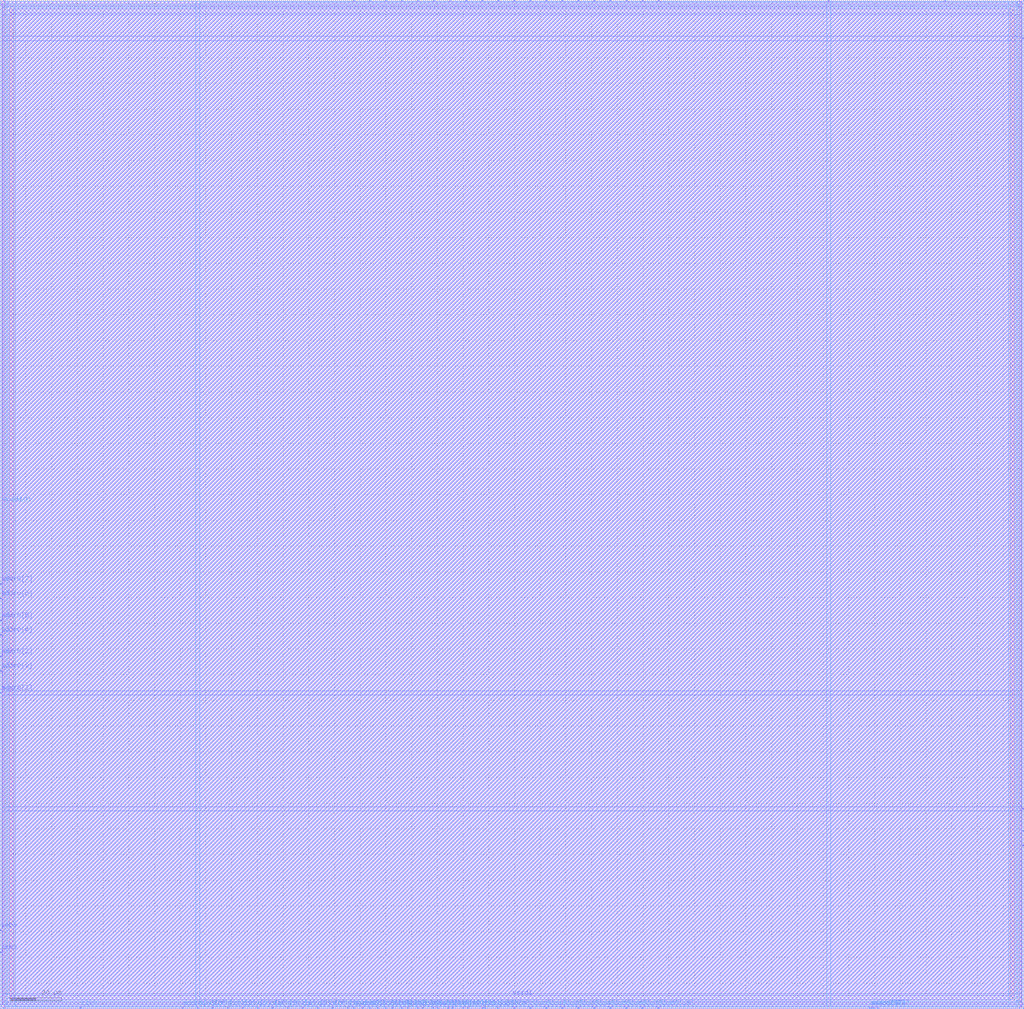
<source format=lef>
VERSION 5.4 ;
NAMESCASESENSITIVE ON ;
BUSBITCHARS "[]" ;
DIVIDERCHAR "/" ;
UNITS
  DATABASE MICRONS 2000 ;
END UNITS
MACRO sky130_sram_1kbytes_1rw1r_20x256_20
   CLASS BLOCK ;
   SIZE 398.02 BY 392.565 ;
   SYMMETRY X Y R90 ;
   PIN din0[0]
      DIRECTION INPUT ;
      PORT
         LAYER met4 ;
         RECT  76.54 0.0 76.92 0.38 ;
      END
   END din0[0]
   PIN din0[1]
      DIRECTION INPUT ;
      PORT
         LAYER met4 ;
         RECT  82.38 0.0 82.76 0.38 ;
      END
   END din0[1]
   PIN din0[2]
      DIRECTION INPUT ;
      PORT
         LAYER met4 ;
         RECT  88.22 0.0 88.6 0.38 ;
      END
   END din0[2]
   PIN din0[3]
      DIRECTION INPUT ;
      PORT
         LAYER met4 ;
         RECT  94.06 0.0 94.44 0.38 ;
      END
   END din0[3]
   PIN din0[4]
      DIRECTION INPUT ;
      PORT
         LAYER met4 ;
         RECT  99.9 0.0 100.28 0.38 ;
      END
   END din0[4]
   PIN din0[5]
      DIRECTION INPUT ;
      PORT
         LAYER met4 ;
         RECT  105.74 0.0 106.12 0.38 ;
      END
   END din0[5]
   PIN din0[6]
      DIRECTION INPUT ;
      PORT
         LAYER met4 ;
         RECT  111.58 0.0 111.96 0.38 ;
      END
   END din0[6]
   PIN din0[7]
      DIRECTION INPUT ;
      PORT
         LAYER met4 ;
         RECT  117.42 0.0 117.8 0.38 ;
      END
   END din0[7]
   PIN din0[8]
      DIRECTION INPUT ;
      PORT
         LAYER met4 ;
         RECT  123.26 0.0 123.64 0.38 ;
      END
   END din0[8]
   PIN din0[9]
      DIRECTION INPUT ;
      PORT
         LAYER met4 ;
         RECT  129.1 0.0 129.48 0.38 ;
      END
   END din0[9]
   PIN din0[10]
      DIRECTION INPUT ;
      PORT
         LAYER met4 ;
         RECT  134.94 0.0 135.32 0.38 ;
      END
   END din0[10]
   PIN din0[11]
      DIRECTION INPUT ;
      PORT
         LAYER met4 ;
         RECT  140.78 0.0 141.16 0.38 ;
      END
   END din0[11]
   PIN din0[12]
      DIRECTION INPUT ;
      PORT
         LAYER met4 ;
         RECT  146.62 0.0 147.0 0.38 ;
      END
   END din0[12]
   PIN din0[13]
      DIRECTION INPUT ;
      PORT
         LAYER met4 ;
         RECT  152.46 0.0 152.84 0.38 ;
      END
   END din0[13]
   PIN din0[14]
      DIRECTION INPUT ;
      PORT
         LAYER met4 ;
         RECT  158.3 0.0 158.68 0.38 ;
      END
   END din0[14]
   PIN din0[15]
      DIRECTION INPUT ;
      PORT
         LAYER met4 ;
         RECT  164.14 0.0 164.52 0.38 ;
      END
   END din0[15]
   PIN din0[16]
      DIRECTION INPUT ;
      PORT
         LAYER met4 ;
         RECT  169.98 0.0 170.36 0.38 ;
      END
   END din0[16]
   PIN din0[17]
      DIRECTION INPUT ;
      PORT
         LAYER met4 ;
         RECT  175.82 0.0 176.2 0.38 ;
      END
   END din0[17]
   PIN din0[18]
      DIRECTION INPUT ;
      PORT
         LAYER met4 ;
         RECT  181.66 0.0 182.04 0.38 ;
      END
   END din0[18]
   PIN din0[19]
      DIRECTION INPUT ;
      PORT
         LAYER met4 ;
         RECT  187.5 0.0 187.88 0.38 ;
      END
   END din0[19]
   PIN addr0[0]
      DIRECTION INPUT ;
      PORT
         LAYER met4 ;
         RECT  70.7 0.0 71.08 0.38 ;
      END
   END addr0[0]
   PIN addr0[1]
      DIRECTION INPUT ;
      PORT
         LAYER met3 ;
         RECT  0.0 122.665 0.38 123.045 ;
      END
   END addr0[1]
   PIN addr0[2]
      DIRECTION INPUT ;
      PORT
         LAYER met3 ;
         RECT  0.0 131.165 0.38 131.545 ;
      END
   END addr0[2]
   PIN addr0[3]
      DIRECTION INPUT ;
      PORT
         LAYER met3 ;
         RECT  0.0 136.805 0.38 137.185 ;
      END
   END addr0[3]
   PIN addr0[4]
      DIRECTION INPUT ;
      PORT
         LAYER met3 ;
         RECT  0.0 145.305 0.38 145.685 ;
      END
   END addr0[4]
   PIN addr0[5]
      DIRECTION INPUT ;
      PORT
         LAYER met3 ;
         RECT  0.0 150.945 0.38 151.325 ;
      END
   END addr0[5]
   PIN addr0[6]
      DIRECTION INPUT ;
      PORT
         LAYER met3 ;
         RECT  0.0 159.445 0.38 159.825 ;
      END
   END addr0[6]
   PIN addr0[7]
      DIRECTION INPUT ;
      PORT
         LAYER met3 ;
         RECT  0.0 165.085 0.38 165.465 ;
      END
   END addr0[7]
   PIN addr1[0]
      DIRECTION INPUT ;
      PORT
         LAYER met4 ;
         RECT  321.94 392.185 322.32 392.565 ;
      END
   END addr1[0]
   PIN addr1[1]
      DIRECTION INPUT ;
      PORT
         LAYER met3 ;
         RECT  397.64 77.525 398.02 77.905 ;
      END
   END addr1[1]
   PIN addr1[2]
      DIRECTION INPUT ;
      PORT
         LAYER met3 ;
         RECT  397.64 69.075 398.02 69.455 ;
      END
   END addr1[2]
   PIN addr1[3]
      DIRECTION INPUT ;
      PORT
         LAYER met3 ;
         RECT  397.64 63.385 398.02 63.765 ;
      END
   END addr1[3]
   PIN addr1[4]
      DIRECTION INPUT ;
      PORT
         LAYER met4 ;
         RECT  341.0 0.0 341.38 0.38 ;
      END
   END addr1[4]
   PIN addr1[5]
      DIRECTION INPUT ;
      PORT
         LAYER met4 ;
         RECT  338.025 0.0 338.405 0.38 ;
      END
   END addr1[5]
   PIN addr1[6]
      DIRECTION INPUT ;
      PORT
         LAYER met4 ;
         RECT  338.715 0.0 339.095 0.38 ;
      END
   END addr1[6]
   PIN addr1[7]
      DIRECTION INPUT ;
      PORT
         LAYER met4 ;
         RECT  339.46 0.0 339.84 0.38 ;
      END
   END addr1[7]
   PIN csb0
      DIRECTION INPUT ;
      PORT
         LAYER met3 ;
         RECT  0.0 21.785 0.38 22.165 ;
      END
   END csb0
   PIN csb1
      DIRECTION INPUT ;
      PORT
         LAYER met3 ;
         RECT  397.64 377.315 398.02 377.695 ;
      END
   END csb1
   PIN web0
      DIRECTION INPUT ;
      PORT
         LAYER met3 ;
         RECT  0.0 30.285 0.38 30.665 ;
      END
   END web0
   PIN clk0
      DIRECTION INPUT ;
      PORT
         LAYER met4 ;
         RECT  31.1 0.0 31.48 0.38 ;
      END
   END clk0
   PIN clk1
      DIRECTION INPUT ;
      PORT
         LAYER met4 ;
         RECT  367.38 392.185 367.76 392.565 ;
      END
   END clk1
   PIN dout0[0]
      DIRECTION OUTPUT ;
      PORT
         LAYER met4 ;
         RECT  137.205 0.0 137.585 0.38 ;
      END
   END dout0[0]
   PIN dout0[1]
      DIRECTION OUTPUT ;
      PORT
         LAYER met4 ;
         RECT  143.445 0.0 143.825 0.38 ;
      END
   END dout0[1]
   PIN dout0[2]
      DIRECTION OUTPUT ;
      PORT
         LAYER met4 ;
         RECT  149.685 0.0 150.065 0.38 ;
      END
   END dout0[2]
   PIN dout0[3]
      DIRECTION OUTPUT ;
      PORT
         LAYER met4 ;
         RECT  155.925 0.0 156.305 0.38 ;
      END
   END dout0[3]
   PIN dout0[4]
      DIRECTION OUTPUT ;
      PORT
         LAYER met4 ;
         RECT  162.165 0.0 162.545 0.38 ;
      END
   END dout0[4]
   PIN dout0[5]
      DIRECTION OUTPUT ;
      PORT
         LAYER met4 ;
         RECT  168.175 0.0 168.555 0.38 ;
      END
   END dout0[5]
   PIN dout0[6]
      DIRECTION OUTPUT ;
      PORT
         LAYER met4 ;
         RECT  173.96 0.0 174.34 0.38 ;
      END
   END dout0[6]
   PIN dout0[7]
      DIRECTION OUTPUT ;
      PORT
         LAYER met4 ;
         RECT  179.855 0.0 180.235 0.38 ;
      END
   END dout0[7]
   PIN dout0[8]
      DIRECTION OUTPUT ;
      PORT
         LAYER met4 ;
         RECT  188.505 0.0 188.885 0.38 ;
      END
   END dout0[8]
   PIN dout0[9]
      DIRECTION OUTPUT ;
      PORT
         LAYER met4 ;
         RECT  193.365 0.0 193.745 0.38 ;
      END
   END dout0[9]
   PIN dout0[10]
      DIRECTION OUTPUT ;
      PORT
         LAYER met4 ;
         RECT  199.605 0.0 199.985 0.38 ;
      END
   END dout0[10]
   PIN dout0[11]
      DIRECTION OUTPUT ;
      PORT
         LAYER met4 ;
         RECT  205.845 0.0 206.225 0.38 ;
      END
   END dout0[11]
   PIN dout0[12]
      DIRECTION OUTPUT ;
      PORT
         LAYER met4 ;
         RECT  212.085 0.0 212.465 0.38 ;
      END
   END dout0[12]
   PIN dout0[13]
      DIRECTION OUTPUT ;
      PORT
         LAYER met4 ;
         RECT  218.325 0.0 218.705 0.38 ;
      END
   END dout0[13]
   PIN dout0[14]
      DIRECTION OUTPUT ;
      PORT
         LAYER met4 ;
         RECT  224.565 0.0 224.945 0.38 ;
      END
   END dout0[14]
   PIN dout0[15]
      DIRECTION OUTPUT ;
      PORT
         LAYER met4 ;
         RECT  230.805 0.0 231.185 0.38 ;
      END
   END dout0[15]
   PIN dout0[16]
      DIRECTION OUTPUT ;
      PORT
         LAYER met4 ;
         RECT  237.045 0.0 237.425 0.38 ;
      END
   END dout0[16]
   PIN dout0[17]
      DIRECTION OUTPUT ;
      PORT
         LAYER met4 ;
         RECT  243.285 0.0 243.665 0.38 ;
      END
   END dout0[17]
   PIN dout0[18]
      DIRECTION OUTPUT ;
      PORT
         LAYER met4 ;
         RECT  249.525 0.0 249.905 0.38 ;
      END
   END dout0[18]
   PIN dout0[19]
      DIRECTION OUTPUT ;
      PORT
         LAYER met4 ;
         RECT  255.765 0.0 256.145 0.38 ;
      END
   END dout0[19]
   PIN dout1[0]
      DIRECTION OUTPUT ;
      PORT
         LAYER met4 ;
         RECT  137.265 392.185 137.645 392.565 ;
      END
   END dout1[0]
   PIN dout1[1]
      DIRECTION OUTPUT ;
      PORT
         LAYER met4 ;
         RECT  143.505 392.185 143.885 392.565 ;
      END
   END dout1[1]
   PIN dout1[2]
      DIRECTION OUTPUT ;
      PORT
         LAYER met4 ;
         RECT  149.745 392.185 150.125 392.565 ;
      END
   END dout1[2]
   PIN dout1[3]
      DIRECTION OUTPUT ;
      PORT
         LAYER met4 ;
         RECT  155.985 392.185 156.365 392.565 ;
      END
   END dout1[3]
   PIN dout1[4]
      DIRECTION OUTPUT ;
      PORT
         LAYER met4 ;
         RECT  162.225 392.185 162.605 392.565 ;
      END
   END dout1[4]
   PIN dout1[5]
      DIRECTION OUTPUT ;
      PORT
         LAYER met4 ;
         RECT  168.465 392.185 168.845 392.565 ;
      END
   END dout1[5]
   PIN dout1[6]
      DIRECTION OUTPUT ;
      PORT
         LAYER met4 ;
         RECT  174.705 392.185 175.085 392.565 ;
      END
   END dout1[6]
   PIN dout1[7]
      DIRECTION OUTPUT ;
      PORT
         LAYER met4 ;
         RECT  180.945 392.185 181.325 392.565 ;
      END
   END dout1[7]
   PIN dout1[8]
      DIRECTION OUTPUT ;
      PORT
         LAYER met4 ;
         RECT  187.185 392.185 187.565 392.565 ;
      END
   END dout1[8]
   PIN dout1[9]
      DIRECTION OUTPUT ;
      PORT
         LAYER met4 ;
         RECT  193.425 392.185 193.805 392.565 ;
      END
   END dout1[9]
   PIN dout1[10]
      DIRECTION OUTPUT ;
      PORT
         LAYER met4 ;
         RECT  199.665 392.185 200.045 392.565 ;
      END
   END dout1[10]
   PIN dout1[11]
      DIRECTION OUTPUT ;
      PORT
         LAYER met4 ;
         RECT  205.905 392.185 206.285 392.565 ;
      END
   END dout1[11]
   PIN dout1[12]
      DIRECTION OUTPUT ;
      PORT
         LAYER met4 ;
         RECT  212.145 392.185 212.525 392.565 ;
      END
   END dout1[12]
   PIN dout1[13]
      DIRECTION OUTPUT ;
      PORT
         LAYER met4 ;
         RECT  218.385 392.185 218.765 392.565 ;
      END
   END dout1[13]
   PIN dout1[14]
      DIRECTION OUTPUT ;
      PORT
         LAYER met4 ;
         RECT  224.625 392.185 225.005 392.565 ;
      END
   END dout1[14]
   PIN dout1[15]
      DIRECTION OUTPUT ;
      PORT
         LAYER met4 ;
         RECT  230.865 392.185 231.245 392.565 ;
      END
   END dout1[15]
   PIN dout1[16]
      DIRECTION OUTPUT ;
      PORT
         LAYER met4 ;
         RECT  237.105 392.185 237.485 392.565 ;
      END
   END dout1[16]
   PIN dout1[17]
      DIRECTION OUTPUT ;
      PORT
         LAYER met4 ;
         RECT  243.345 392.185 243.725 392.565 ;
      END
   END dout1[17]
   PIN dout1[18]
      DIRECTION OUTPUT ;
      PORT
         LAYER met4 ;
         RECT  249.585 392.185 249.965 392.565 ;
      END
   END dout1[18]
   PIN dout1[19]
      DIRECTION OUTPUT ;
      PORT
         LAYER met4 ;
         RECT  255.825 392.185 256.205 392.565 ;
      END
   END dout1[19]
   PIN vccd1
      DIRECTION INOUT ;
      USE POWER ; 
      SHAPE ABUTMENT ; 
      PORT
         LAYER met3 ;
         RECT  0.0 0.0 398.02 1.74 ;
         LAYER met3 ;
         RECT  0.0 390.825 398.02 392.565 ;
         LAYER met4 ;
         RECT  396.28 0.0 398.02 392.565 ;
         LAYER met4 ;
         RECT  0.0 0.0 1.74 392.565 ;
      END
   END vccd1
   PIN vssd1
      DIRECTION INOUT ;
      USE GROUND ; 
      SHAPE ABUTMENT ; 
      PORT
         LAYER met3 ;
         RECT  3.48 387.345 394.54 389.085 ;
         LAYER met3 ;
         RECT  3.48 3.48 394.54 5.22 ;
         LAYER met4 ;
         RECT  392.8 3.48 394.54 389.085 ;
         LAYER met4 ;
         RECT  3.48 3.48 5.22 389.085 ;
      END
   END vssd1
   OBS
   LAYER  met1 ;
      RECT  0.62 0.62 397.4 391.945 ;
   LAYER  met2 ;
      RECT  0.62 0.62 397.4 391.945 ;
   LAYER  met3 ;
      RECT  0.98 122.065 397.4 123.645 ;
      RECT  0.62 123.645 0.98 130.565 ;
      RECT  0.62 132.145 0.98 136.205 ;
      RECT  0.62 137.785 0.98 144.705 ;
      RECT  0.62 146.285 0.98 150.345 ;
      RECT  0.62 151.925 0.98 158.845 ;
      RECT  0.62 160.425 0.98 164.485 ;
      RECT  0.98 76.925 397.04 78.505 ;
      RECT  0.98 78.505 397.04 122.065 ;
      RECT  397.04 78.505 397.4 122.065 ;
      RECT  397.04 70.055 397.4 76.925 ;
      RECT  397.04 64.365 397.4 68.475 ;
      RECT  0.98 123.645 397.04 376.715 ;
      RECT  0.98 376.715 397.04 378.295 ;
      RECT  397.04 123.645 397.4 376.715 ;
      RECT  0.62 22.765 0.98 29.685 ;
      RECT  0.62 31.265 0.98 122.065 ;
      RECT  397.04 2.34 397.4 62.785 ;
      RECT  0.62 2.34 0.98 21.185 ;
      RECT  0.62 166.065 0.98 390.225 ;
      RECT  397.04 378.295 397.4 390.225 ;
      RECT  0.98 378.295 2.88 386.745 ;
      RECT  0.98 386.745 2.88 389.685 ;
      RECT  0.98 389.685 2.88 390.225 ;
      RECT  2.88 378.295 395.14 386.745 ;
      RECT  2.88 389.685 395.14 390.225 ;
      RECT  395.14 378.295 397.04 386.745 ;
      RECT  395.14 386.745 397.04 389.685 ;
      RECT  395.14 389.685 397.04 390.225 ;
      RECT  0.98 2.34 2.88 2.88 ;
      RECT  0.98 2.88 2.88 5.82 ;
      RECT  0.98 5.82 2.88 76.925 ;
      RECT  2.88 2.34 395.14 2.88 ;
      RECT  2.88 5.82 395.14 76.925 ;
      RECT  395.14 2.34 397.04 2.88 ;
      RECT  395.14 2.88 397.04 5.82 ;
      RECT  395.14 5.82 397.04 76.925 ;
   LAYER  met4 ;
      RECT  75.94 0.98 77.52 391.945 ;
      RECT  77.52 0.62 81.78 0.98 ;
      RECT  83.36 0.62 87.62 0.98 ;
      RECT  89.2 0.62 93.46 0.98 ;
      RECT  95.04 0.62 99.3 0.98 ;
      RECT  100.88 0.62 105.14 0.98 ;
      RECT  106.72 0.62 110.98 0.98 ;
      RECT  112.56 0.62 116.82 0.98 ;
      RECT  118.4 0.62 122.66 0.98 ;
      RECT  124.24 0.62 128.5 0.98 ;
      RECT  130.08 0.62 134.34 0.98 ;
      RECT  182.64 0.62 186.9 0.98 ;
      RECT  71.68 0.62 75.94 0.98 ;
      RECT  77.52 0.98 321.34 391.585 ;
      RECT  321.34 0.98 322.92 391.585 ;
      RECT  32.08 0.62 70.1 0.98 ;
      RECT  322.92 391.585 366.78 391.945 ;
      RECT  135.92 0.62 136.605 0.98 ;
      RECT  138.185 0.62 140.18 0.98 ;
      RECT  141.76 0.62 142.845 0.98 ;
      RECT  144.425 0.62 146.02 0.98 ;
      RECT  147.6 0.62 149.085 0.98 ;
      RECT  150.665 0.62 151.86 0.98 ;
      RECT  153.44 0.62 155.325 0.98 ;
      RECT  156.905 0.62 157.7 0.98 ;
      RECT  159.28 0.62 161.565 0.98 ;
      RECT  163.145 0.62 163.54 0.98 ;
      RECT  165.12 0.62 167.575 0.98 ;
      RECT  169.155 0.62 169.38 0.98 ;
      RECT  170.96 0.62 173.36 0.98 ;
      RECT  174.94 0.62 175.22 0.98 ;
      RECT  176.8 0.62 179.255 0.98 ;
      RECT  180.835 0.62 181.06 0.98 ;
      RECT  189.485 0.62 192.765 0.98 ;
      RECT  194.345 0.62 199.005 0.98 ;
      RECT  200.585 0.62 205.245 0.98 ;
      RECT  206.825 0.62 211.485 0.98 ;
      RECT  213.065 0.62 217.725 0.98 ;
      RECT  219.305 0.62 223.965 0.98 ;
      RECT  225.545 0.62 230.205 0.98 ;
      RECT  231.785 0.62 236.445 0.98 ;
      RECT  238.025 0.62 242.685 0.98 ;
      RECT  244.265 0.62 248.925 0.98 ;
      RECT  250.505 0.62 255.165 0.98 ;
      RECT  256.745 0.62 337.425 0.98 ;
      RECT  77.52 391.585 136.665 391.945 ;
      RECT  138.245 391.585 142.905 391.945 ;
      RECT  144.485 391.585 149.145 391.945 ;
      RECT  150.725 391.585 155.385 391.945 ;
      RECT  156.965 391.585 161.625 391.945 ;
      RECT  163.205 391.585 167.865 391.945 ;
      RECT  169.445 391.585 174.105 391.945 ;
      RECT  175.685 391.585 180.345 391.945 ;
      RECT  181.925 391.585 186.585 391.945 ;
      RECT  188.165 391.585 192.825 391.945 ;
      RECT  194.405 391.585 199.065 391.945 ;
      RECT  200.645 391.585 205.305 391.945 ;
      RECT  206.885 391.585 211.545 391.945 ;
      RECT  213.125 391.585 217.785 391.945 ;
      RECT  219.365 391.585 224.025 391.945 ;
      RECT  225.605 391.585 230.265 391.945 ;
      RECT  231.845 391.585 236.505 391.945 ;
      RECT  238.085 391.585 242.745 391.945 ;
      RECT  244.325 391.585 248.985 391.945 ;
      RECT  250.565 391.585 255.225 391.945 ;
      RECT  256.805 391.585 321.34 391.945 ;
      RECT  341.98 0.62 395.68 0.98 ;
      RECT  368.36 391.585 395.68 391.945 ;
      RECT  2.34 0.62 30.5 0.98 ;
      RECT  322.92 0.98 392.2 2.88 ;
      RECT  322.92 2.88 392.2 389.685 ;
      RECT  322.92 389.685 392.2 391.585 ;
      RECT  392.2 0.98 395.14 2.88 ;
      RECT  392.2 389.685 395.14 391.585 ;
      RECT  395.14 0.98 395.68 2.88 ;
      RECT  395.14 2.88 395.68 389.685 ;
      RECT  395.14 389.685 395.68 391.585 ;
      RECT  2.34 0.98 2.88 2.88 ;
      RECT  2.34 2.88 2.88 389.685 ;
      RECT  2.34 389.685 2.88 391.945 ;
      RECT  2.88 0.98 5.82 2.88 ;
      RECT  2.88 389.685 5.82 391.945 ;
      RECT  5.82 0.98 75.94 2.88 ;
      RECT  5.82 2.88 75.94 389.685 ;
      RECT  5.82 389.685 75.94 391.945 ;
   END
END    sky130_sram_1kbytes_1rw1r_20x256_20
END    LIBRARY

</source>
